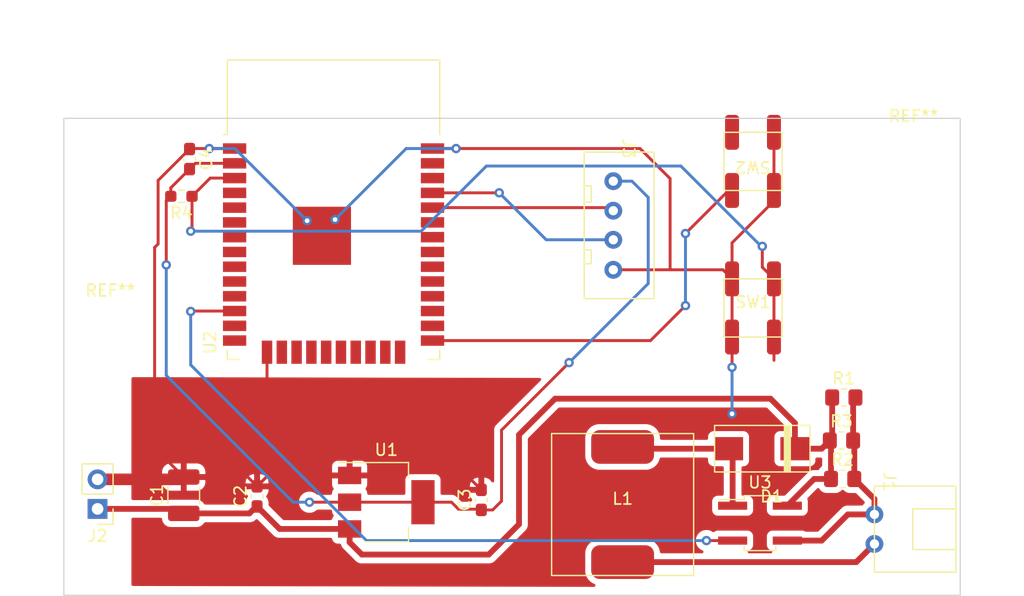
<source format=kicad_pcb>
(kicad_pcb (version 20211014) (generator pcbnew)
  (layers (0 "F.Cu" signal) (31 "B.Cu" signal) (34 "B.Paste" user) (35 "F.Paste" user) (36 "B.SilkS" user "B.Silkscreen") (37 "F.SilkS" user "F.Silkscreen") (38 "B.Mask" user) (39 "F.Mask" user) (44 "Edge.Cuts" user))
  (net 0 "")
  (net 1 "+12V")
  (net 2 "GND")
  (net 3 "+3V3")
  (net 4 "Net-(U3-Pad1)")
  (net 5 "Net-(U3-Pad4)")
  (net 6 "Net-(D2-Pad1)")
  (net 7 "/RX")
  (net 8 "/TX")
  (net 9 "/reset")
  (net 10 "/BOOT")
  (net 20 "/DIM")
  (footprint "Resistor_SMD:R_0805_2012Metric_Pad1.20x1.40mm_HandSolder" (layer "F.Cu") (at 173.9 112)
    (fp_text reference "R2" (at 0 -1.65) (layer "F.SilkS"))
    (fp_text value "1")
    (fp_line (start -0.227064 -0.735) (end 0.227064 -0.735) (layer "F.SilkS") (width 0.12))
    (fp_line (start -0.227064 0.735) (end 0.227064 0.735) (layer "F.SilkS") (width 0.12))
    (pad "1" smd roundrect (at -1 0) (size 1.2 1.4) (layers "F.Cu" "F.Paste" "F.Mask") (roundrect_rratio 0.2083333333) (net 1 "+12V"))
    (pad "2" smd roundrect (at 1 0) (size 1.2 1.4) (layers "F.Cu" "F.Paste" "F.Mask") (roundrect_rratio 0.2083333333) (net 5 "Net-(U3-Pad4)"))
  )
  (footprint "Capacitor_SMD:C_1210_3225Metric_Pad1.33x2.70mm_HandSolder" (layer "F.Cu") (at 117.3 113.4 90)
    (fp_text reference "C1" (at 0 -2.3 90) (layer "F.SilkS"))
    (fp_text value "100uF")
    (fp_line (start -0.711252 -1.36) (end 0.711252 -1.36) (layer "F.SilkS") (width 0.12))
    (fp_line (start -0.711252 1.36) (end 0.711252 1.36) (layer "F.SilkS") (width 0.12))
    (pad "1" smd roundrect (at -1.5625 0 90) (size 1.325 2.7) (layers "F.Cu" "F.Paste" "F.Mask") (roundrect_rratio 0.1886792453) (net 1 "+12V"))
    (pad "2" smd roundrect (at 1.5625 0 90) (size 1.325 2.7) (layers "F.Cu" "F.Paste" "F.Mask") (roundrect_rratio 0.1886792453) (net 2 "GND"))
  )
  (footprint "Connector_PinHeader_2.54mm:PinHeader_1x02_P2.54mm_Vertical" (layer "F.Cu") (at 109.9 114.575 180)
    (fp_text reference "J2" (at 0 -2.33) (layer "F.SilkS"))
    (fp_text value "Power")
    (fp_line (start 1.33 1.27) (end 1.33 3.87) (layer "F.SilkS") (width 0.12))
    (fp_line (start -1.33 1.27) (end -1.33 3.87) (layer "F.SilkS") (width 0.12))
    (fp_line (start -1.33 -1.33) (end 0 -1.33) (layer "F.SilkS") (width 0.12))
    (fp_line (start -1.33 0) (end -1.33 -1.33) (layer "F.SilkS") (width 0.12))
    (fp_line (start -1.33 1.27) (end 1.33 1.27) (layer "F.SilkS") (width 0.12))
    (fp_line (start -1.33 3.87) (end 1.33 3.87) (layer "F.SilkS") (width 0.12))
    (pad "1" thru_hole rect (at 0 0 180) (size 1.7 1.7) (drill 1) (layers *.Cu *.Mask) (net 1 "+12V"))
    (pad "2" thru_hole oval (at 0 2.54 180) (size 1.7 1.7) (drill 1) (layers *.Cu *.Mask) (net 2 "GND"))
  )
  (footprint "custom:ButtonSMD" (layer "F.Cu") (at 166.2 84.7 180)
    (fp_text reference "SW2" (at 0 -0.5 180 unlocked) (layer "F.SilkS"))
    (fp_text value "Boot")
    (fp_rect (start -2.5 -2.5) (end 2.5 2.5) (layer "F.SilkS") (width 0.12) (fill none))
    (pad "1" smd roundrect (at -1.8 -2.5 180) (size 1.2 3) (layers "F.Cu" "F.Paste" "F.Mask") (net 2 "GND"))
    (pad "2" smd roundrect (at 1.8 -2.5 180) (size 1.2 3) (layers "F.Cu" "F.Paste" "F.Mask") (net 10 "/BOOT"))
    (pad "3" smd roundrect (at -1.8 2.5 180) (size 1.2 3) (layers "F.Cu" "F.Paste" "F.Mask") (net 2 "GND"))
    (pad "4" smd roundrect (at 1.8 2.5 180) (size 1.2 3) (layers "F.Cu" "F.Paste" "F.Mask"))
  )
  (footprint "Resistor_SMD:R_0603_1608Metric_Pad0.98x0.95mm_HandSolder" (layer "F.Cu") (at 117.1 87.7 180)
    (fp_text reference "R4" (at 0 -1.43) (layer "F.SilkS"))
    (fp_text value "1k")
    (fp_line (start -0.254724 0.5225) (end 0.254724 0.5225) (layer "F.SilkS") (width 0.12))
    (fp_line (start -0.254724 -0.5225) (end 0.254724 -0.5225) (layer "F.SilkS") (width 0.12))
    (pad "1" smd roundrect (at -0.9125 0 180) (size 0.975 0.95) (layers "F.Cu" "F.Paste" "F.Mask") (net 9 "/reset"))
    (pad "2" smd roundrect (at 0.9125 0 180) (size 0.975 0.95) (layers "F.Cu" "F.Paste" "F.Mask") (net 3 "+3V3"))
  )
  (footprint "custom:RH127" (layer "F.Cu") (at 155 114.2)
    (fp_text reference "L1" (at 0 -0.5 unlocked) (layer "F.SilkS"))
    (fp_text value "68uh")
    (fp_rect (start -6.1 -6.1) (end 6.1 6.1) (layer "F.SilkS") (width 0.12) (fill none))
    (pad "1" smd roundrect (at 0 -4.95) (size 5.4 2.9) (layers "F.Cu" "F.Paste" "F.Mask") (net 4 "Net-(U3-Pad1)"))
    (pad "2" smd roundrect (at 0 4.95) (size 5.4 2.9) (layers "F.Cu" "F.Paste" "F.Mask") (net 6 "Net-(D2-Pad1)"))
  )
  (footprint "MountingHole:MountingHole_3.2mm_M3" (layer "F.Cu") (at 180 85)
    (fp_text reference "REF**" (at 0 -4.2) (layer "F.SilkS"))
    (fp_text value "MountingHole_3.2mm_M3")
    (pad "" np_thru_hole circle (at 0 0) (size 3.2 3.2) (drill 3.2) (layers *.Cu *.Mask))
  )
  (footprint "Resistor_SMD:R_0805_2012Metric_Pad1.20x1.40mm_HandSolder" (layer "F.Cu") (at 173.8 108.7)
    (fp_text reference "R3" (at 0 -1.65) (layer "F.SilkS"))
    (fp_text value "1")
    (fp_line (start -0.227064 -0.735) (end 0.227064 -0.735) (layer "F.SilkS") (width 0.12))
    (fp_line (start -0.227064 0.735) (end 0.227064 0.735) (layer "F.SilkS") (width 0.12))
    (pad "1" smd roundrect (at -1 0) (size 1.2 1.4) (layers "F.Cu" "F.Paste" "F.Mask") (roundrect_rratio 0.2083333333) (net 1 "+12V"))
    (pad "2" smd roundrect (at 1 0) (size 1.2 1.4) (layers "F.Cu" "F.Paste" "F.Mask") (roundrect_rratio 0.2083333333) (net 5 "Net-(U3-Pad4)"))
  )
  (footprint "custom:XH4-V" (layer "F.Cu") (at 154.2 86.4 -90)
    (fp_text reference "J3" (at -2.8 -1.3 -90 unlocked) (layer "F.SilkS"))
    (fp_text value "DEBUG")
    (fp_rect (start 0.4 2.5) (end 1.8 1.9) (layer "F.SilkS") (width 0.12) (fill none))
    (fp_rect (start 5.9 2.5) (end 7.1 1.9) (layer "F.SilkS") (width 0.12) (fill none))
    (fp_rect (start -2.5 2.5) (end 10.1 -3.5) (layer "F.SilkS") (width 0.12) (fill none))
    (pad "1" thru_hole circle (at 0 0 270) (size 1.524 1.524) (drill 0.8) (layers *.Cu *.Mask) (net 3 "+3V3"))
    (pad "2" thru_hole circle (at 2.54 0 270) (size 1.524 1.524) (drill 0.8) (layers *.Cu *.Mask) (net 7 "/RX"))
    (pad "3" thru_hole circle (at 5.04 0 270) (size 1.524 1.524) (drill 0.8) (layers *.Cu *.Mask) (net 8 "/TX"))
    (pad "4" thru_hole circle (at 7.62 0 270) (size 1.524 1.524) (drill 0.8) (layers *.Cu *.Mask) (net 2 "GND"))
  )
  (footprint "RF_Module:ESP32-WROOM-32" (layer "F.Cu") (at 130.17 91.85)
    (fp_text reference "U2" (at -10.61 8.43 90) (layer "F.SilkS"))
    (fp_text value "ESP32-WROOM-32")
    (fp_line (start 9.12 9.88) (end 8.12 9.88) (layer "F.SilkS") (width 0.12))
    (fp_line (start -9.12 -15.865) (end -9.12 -9.445) (layer "F.SilkS") (width 0.12))
    (fp_line (start 9.12 -15.865) (end 9.12 -9.445) (layer "F.SilkS") (width 0.12))
    (fp_line (start -9.12 9.88) (end -8.12 9.88) (layer "F.SilkS") (width 0.12))
    (fp_line (start 9.12 9.1) (end 9.12 9.88) (layer "F.SilkS") (width 0.12))
    (fp_line (start -9.12 -15.865) (end 9.12 -15.865) (layer "F.SilkS") (width 0.12))
    (fp_line (start -9.12 9.1) (end -9.12 9.88) (layer "F.SilkS") (width 0.12))
    (fp_line (start -9.12 -9.445) (end -9.5 -9.445) (layer "F.SilkS") (width 0.12))
    (pad "1" smd rect (at -8.5 -8.255) (size 2 0.9) (layers "F.Cu" "F.Paste" "F.Mask") (net 2 "GND"))
    (pad "2" smd rect (at -8.5 -6.985) (size 2 0.9) (layers "F.Cu" "F.Paste" "F.Mask") (net 3 "+3V3"))
    (pad "3" smd rect (at -8.5 -5.715) (size 2 0.9) (layers "F.Cu" "F.Paste" "F.Mask") (net 9 "/reset"))
    (pad "4" smd rect (at -8.5 -4.445) (size 2 0.9) (layers "F.Cu" "F.Paste" "F.Mask"))
    (pad "5" smd rect (at -8.5 -3.175) (size 2 0.9) (layers "F.Cu" "F.Paste" "F.Mask"))
    (pad "6" smd rect (at -8.5 -1.905) (size 2 0.9) (layers "F.Cu" "F.Paste" "F.Mask"))
    (pad "7" smd rect (at -8.5 -0.635) (size 2 0.9) (layers "F.Cu" "F.Paste" "F.Mask"))
    (pad "8" smd rect (at -8.5 0.635) (size 2 0.9) (layers "F.Cu" "F.Paste" "F.Mask"))
    (pad "9" smd rect (at -8.5 1.905) (size 2 0.9) (layers "F.Cu" "F.Paste" "F.Mask"))
    (pad "10" smd rect (at -8.5 3.175) (size 2 0.9) (layers "F.Cu" "F.Paste" "F.Mask"))
    (pad "11" smd rect (at -8.5 4.445) (size 2 0.9) (layers "F.Cu" "F.Paste" "F.Mask"))
    (pad "12" smd rect (at -8.5 5.715) (size 2 0.9) (layers "F.Cu" "F.Paste" "F.Mask") (net 20 "/DIM"))
    (pad "13" smd rect (at -8.5 6.985) (size 2 0.9) (layers "F.Cu" "F.Paste" "F.Mask"))
    (pad "14" smd rect (at -8.5 8.255) (size 2 0.9) (layers "F.Cu" "F.Paste" "F.Mask"))
    (pad "15" smd rect (at -5.715 9.255 90) (size 2 0.9) (layers "F.Cu" "F.Paste" "F.Mask") (net 2 "GND"))
    (pad "16" smd rect (at -4.445 9.255 90) (size 2 0.9) (layers "F.Cu" "F.Paste" "F.Mask"))
    (pad "17" smd rect (at -3.175 9.255 90) (size 2 0.9) (layers "F.Cu" "F.Paste" "F.Mask"))
    (pad "18" smd rect (at -1.905 9.255 90) (size 2 0.9) (layers "F.Cu" "F.Paste" "F.Mask"))
    (pad "19" smd rect (at -0.635 9.255 90) (size 2 0.9) (layers "F.Cu" "F.Paste" "F.Mask"))
    (pad "20" smd rect (at 0.635 9.255 90) (size 2 0.9) (layers "F.Cu" "F.Paste" "F.Mask"))
    (pad "21" smd rect (at 1.905 9.255 90) (size 2 0.9) (layers "F.Cu" "F.Paste" "F.Mask"))
    (pad "22" smd rect (at 3.175 9.255 90) (size 2 0.9) (layers "F.Cu" "F.Paste" "F.Mask"))
    (pad "23" smd rect (at 4.445 9.255 90) (size 2 0.9) (layers "F.Cu" "F.Paste" "F.Mask"))
    (pad "24" smd rect (at 5.715 9.255 90) (size 2 0.9) (layers "F.Cu" "F.Paste" "F.Mask"))
    (pad "25" smd rect (at 8.5 8.255) (size 2 0.9) (layers "F.Cu" "F.Paste" "F.Mask") (net 10 "/BOOT"))
    (pad "26" smd rect (at 8.5 6.985) (size 2 0.9) (layers "F.Cu" "F.Paste" "F.Mask"))
    (pad "27" smd rect (at 8.5 5.715) (size 2 0.9) (layers "F.Cu" "F.Paste" "F.Mask"))
    (pad "28" smd rect (at 8.5 4.445) (size 2 0.9) (layers "F.Cu" "F.Paste" "F.Mask"))
    (pad "29" smd rect (at 8.5 3.175) (size 2 0.9) (layers "F.Cu" "F.Paste" "F.Mask"))
    (pad "30" smd rect (at 8.5 1.905) (size 2 0.9) (layers "F.Cu" "F.Paste" "F.Mask"))
    (pad "31" smd rect (at 8.5 0.635) (size 2 0.9) (layers "F.Cu" "F.Paste" "F.Mask"))
    (pad "32" smd rect (at 8.5 -0.635) (size 2 0.9) (layers "F.Cu" "F.Paste" "F.Mask"))
    (pad "33" smd rect (at 8.5 -1.905) (size 2 0.9) (layers "F.Cu" "F.Paste" "F.Mask"))
    (pad "34" smd rect (at 8.5 -3.175) (size 2 0.9) (layers "F.Cu" "F.Paste" "F.Mask") (net 7 "/RX"))
    (pad "35" smd rect (at 8.5 -4.445) (size 2 0.9) (layers "F.Cu" "F.Paste" "F.Mask") (net 8 "/TX"))
    (pad "36" smd rect (at 8.5 -5.715) (size 2 0.9) (layers "F.Cu" "F.Paste" "F.Mask"))
    (pad "37" smd rect (at 8.5 -6.985) (size 2 0.9) (layers "F.Cu" "F.Paste" "F.Mask"))
    (pad "38" smd rect (at 8.5 -8.255) (size 2 0.9) (layers "F.Cu" "F.Paste" "F.Mask") (net 2 "GND"))
    (pad "39" smd rect (at -1 -0.755) (size 5 5) (layers "F.Cu" "F.Paste" "F.Mask") (net 2 "GND"))
  )
  (footprint "Resistor_SMD:R_0805_2012Metric_Pad1.20x1.40mm_HandSolder" (layer "F.Cu") (at 174 105)
    (fp_text reference "R1" (at 0 -1.65) (layer "F.SilkS"))
    (fp_text value "1")
    (fp_line (start -0.227064 -0.735) (end 0.227064 -0.735) (layer "F.SilkS") (width 0.12))
    (fp_line (start -0.227064 0.735) (end 0.227064 0.735) (layer "F.SilkS") (width 0.12))
    (pad "1" smd roundrect (at -1 0) (size 1.2 1.4) (layers "F.Cu" "F.Paste" "F.Mask") (roundrect_rratio 0.2083333333) (net 1 "+12V"))
    (pad "2" smd roundrect (at 1 0) (size 1.2 1.4) (layers "F.Cu" "F.Paste" "F.Mask") (roundrect_rratio 0.2083333333) (net 5 "Net-(U3-Pad4)"))
  )
  (footprint "custom:ButtonSMD" (layer "F.Cu") (at 166.2 97.3)
    (fp_text reference "SW1" (at 0 -0.5 unlocked) (layer "F.SilkS"))
    (fp_text value "Reset")
    (fp_rect (start -2.5 -2.5) (end 2.5 2.5) (layer "F.SilkS") (width 0.12) (fill none))
    (pad "1" smd roundrect (at -1.8 -2.5) (size 1.2 3) (layers "F.Cu" "F.Paste" "F.Mask") (net 2 "GND"))
    (pad "2" smd roundrect (at 1.8 -2.5) (size 1.2 3) (layers "F.Cu" "F.Paste" "F.Mask") (net 9 "/reset"))
    (pad "3" smd roundrect (at -1.8 2.5) (size 1.2 3) (layers "F.Cu" "F.Paste" "F.Mask") (net 2 "GND"))
    (pad "4" smd roundrect (at 1.8 2.5) (size 1.2 3) (layers "F.Cu" "F.Paste" "F.Mask") (net 9 "/reset"))
  )
  (footprint "Capacitor_SMD:C_0603_1608Metric_Pad1.08x0.95mm_HandSolder" (layer "F.Cu") (at 123.6 113.5 90)
    (fp_text reference "C2" (at 0 -1.43 90) (layer "F.SilkS"))
    (fp_text value "10uF")
    (fp_line (start -0.146267 -0.51) (end 0.146267 -0.51) (layer "F.SilkS") (width 0.12))
    (fp_line (start -0.146267 0.51) (end 0.146267 0.51) (layer "F.SilkS") (width 0.12))
    (pad "1" smd roundrect (at -0.8625 0 90) (size 1.075 0.95) (layers "F.Cu" "F.Paste" "F.Mask") (net 1 "+12V"))
    (pad "2" smd roundrect (at 0.8625 0 90) (size 1.075 0.95) (layers "F.Cu" "F.Paste" "F.Mask") (net 2 "GND"))
  )
  (footprint "MountingHole:MountingHole_3.2mm_M3" (layer "F.Cu") (at 111 100)
    (fp_text reference "REF**" (at 0 -4.2) (layer "F.SilkS"))
    (fp_text value "MountingHole_3.2mm_M3")
    (pad "" np_thru_hole circle (at 0 0) (size 3.2 3.2) (drill 3.2) (layers *.Cu *.Mask))
  )
  (footprint "Capacitor_SMD:C_0603_1608Metric_Pad1.08x0.95mm_HandSolder" (layer "F.Cu") (at 142.8625 113.8 90)
    (fp_text reference "C3" (at 0 -1.43 90) (layer "F.SilkS"))
    (fp_text value "10uF")
    (fp_line (start -0.146267 0.51) (end 0.146267 0.51) (layer "F.SilkS") (width 0.12))
    (fp_line (start -0.146267 -0.51) (end 0.146267 -0.51) (layer "F.SilkS") (width 0.12))
    (pad "1" smd roundrect (at -0.8625 0 90) (size 1.075 0.95) (layers "F.Cu" "F.Paste" "F.Mask") (net 3 "+3V3"))
    (pad "2" smd roundrect (at 0.8625 0 90) (size 1.075 0.95) (layers "F.Cu" "F.Paste" "F.Mask") (net 2 "GND"))
  )
  (footprint "Package_TO_SOT_SMD:SOT-223" (layer "F.Cu") (at 134.7 114)
    (fp_text reference "U1" (at 0 -4.5) (layer "F.SilkS"))
    (fp_text value "LM1117-3.3")
    (fp_line (start 1.91 3.41) (end 1.91 2.15) (layer "F.SilkS") (width 0.12))
    (fp_line (start 1.91 -3.41) (end 1.91 -2.15) (layer "F.SilkS") (width 0.12))
    (fp_line (start -1.85 3.41) (end 1.91 3.41) (layer "F.SilkS") (width 0.12))
    (fp_line (start -4.1 -3.41) (end 1.91 -3.41) (layer "F.SilkS") (width 0.12))
    (pad "1" smd rect (at -3.15 -2.3) (size 2 1.5) (layers "F.Cu" "F.Paste" "F.Mask") (net 2 "GND"))
    (pad "2" smd rect (at -3.15 0) (size 2 1.5) (layers "F.Cu" "F.Paste" "F.Mask") (net 3 "+3V3"))
    (pad "3" smd rect (at -3.15 2.3) (size 2 1.5) (layers "F.Cu" "F.Paste" "F.Mask") (net 1 "+12V"))
    (pad "4" smd rect (at 3.15 0) (size 2 3.8) (layers "F.Cu" "F.Paste" "F.Mask") (net 3 "+3V3"))
  )
  (footprint "Capacitor_SMD:C_0603_1608Metric_Pad1.08x0.95mm_HandSolder" (layer "F.Cu") (at 117.8 84.5 -90)
    (fp_text reference "C4" (at 0 -1.43 90) (layer "F.SilkS"))
    (fp_text value "100uF")
    (fp_line (start -0.146267 -0.51) (end 0.146267 -0.51) (layer "F.SilkS") (width 0.12))
    (fp_line (start -0.146267 0.51) (end 0.146267 0.51) (layer "F.SilkS") (width 0.12))
    (pad "1" smd roundrect (at -0.8625 0 270) (size 1.075 0.95) (layers "F.Cu" "F.Paste" "F.Mask") (net 2 "GND"))
    (pad "2" smd roundrect (at 0.8625 0 270) (size 1.075 0.95) (layers "F.Cu" "F.Paste" "F.Mask") (net 3 "+3V3"))
  )
  (footprint "Package_TO_SOT_SMD:SOT-89-5_Handsoldering" (layer "F.Cu") (at 166.8 115.8)
    (fp_text reference "U3" (at 0 -3.5) (layer "F.SilkS"))
    (fp_text value "PT4115")
    (fp_line (start 1.36 2.03) (end 1.36 2.36) (layer "F.SilkS") (width 0.12))
    (fp_line (start -1.36 -2.36) (end 1.36 -2.36) (layer "F.SilkS") (width 0.12))
    (fp_line (start -3.54 -2.03) (end -1.36 -2.03) (layer "F.SilkS") (width 0.12))
    (fp_line (start 1.36 -2.36) (end 1.36 -2.03) (layer "F.SilkS") (width 0.12))
    (fp_line (start -1.36 -2.36) (end -1.36 -2.03) (layer "F.SilkS") (width 0.12))
    (fp_line (start 1.36 2.36) (end -1.36 2.36) (layer "F.SilkS") (width 0.12))
    (fp_line (start -1.36 2.36) (end -1.36 2.03) (layer "F.SilkS") (width 0.12))
    (pad "1" smd rect (at -2.35 -1.5) (size 2.5 0.7) (layers "F.Cu" "F.Paste" "F.Mask") (net 4 "Net-(U3-Pad1)"))
    (pad "2" smd custom (at 0 0) (size 0.8 2) (layers "F.Cu" "F.Paste" "F.Mask") (net 2 "GND") (options (clearance outline) (anchor rect)) (primitives (gr_poly (pts (xy 0.9 -0.5) (xy 3.6 -0.5) (xy 3.6 0.5) (xy 0.9 0.5) (xy 0.4 1) (xy -0.4 1) (xy -0.9 0.5) (xy -3.6 0.5) (xy -3.6 -0.5) (xy -0.9 -0.5) (xy -0.4 -1) (xy 0.4 -1)) (width 0) (fill yes))))
    (pad "3" smd rect (at -2.35 1.5) (size 2.5 0.7) (layers "F.Cu" "F.Paste" "F.Mask") (net 20 "/DIM"))
    (pad "4" smd rect (at 2.35 1.5) (size 2.5 0.7) (layers "F.Cu" "F.Paste" "F.Mask") (net 5 "Net-(U3-Pad4)"))
    (pad "5" smd rect (at 2.35 -1.5) (size 2.5 0.7) (layers "F.Cu" "F.Paste" "F.Mask") (net 1 "+12V"))
  )
  (footprint "custom:XH2-H" (layer "F.Cu") (at 176.63 115.049 -90)
    (fp_text reference "J1" (at -2.8 -1.3 -90 unlocked) (layer "F.SilkS"))
    (fp_text value "LEDs")
    (fp_line (start -0.48 -3.3) (end 3.02 -3.3) (layer "F.SilkS") (width 0.12))
    (fp_line (start -0.48 -7) (end -0.48 -3.3) (layer "F.SilkS") (width 0.12))
    (fp_line (start 3.02 -3.3) (end 3.02 -7) (layer "F.SilkS") (width 0.12))
    (fp_rect (start -2.43 0) (end 4.97 -7) (layer "F.SilkS") (width 0.12) (fill none))
    (pad "1" thru_hole circle (at 0 0 270) (size 1.524 1.524) (drill 0.8) (layers *.Cu *.Mask) (net 5 "Net-(U3-Pad4)"))
    (pad "2" thru_hole circle (at 2.54 0 270) (size 1.524 1.524) (drill 0.8) (layers *.Cu *.Mask) (net 6 "Net-(D2-Pad1)"))
  )
  (footprint "custom:SS34" (layer "F.Cu") (at 167.8 109.4 180)
    (fp_text reference "D1" (at 0 -4.1) (layer "F.SilkS"))
    (fp_text value "SS34")
    (fp_rect (start -1.1 2) (end -1.6 -2) (layer "F.SilkS") (width 0.12) (fill solid))
    (fp_rect (start -3.3 -2) (end 4.9 2) (layer "F.SilkS") (width 0.12) (fill none))
    (pad "1" smd rect (at -2 0 270) (size 2 2.5) (layers "F.Cu" "F.Paste" "F.Mask") (net 1 "+12V"))
    (pad "2" smd rect (at 3.7 0 270) (size 2 2.5) (layers "F.Cu" "F.Paste" "F.Mask") (net 4 "Net-(U3-Pad1)"))
  )
  (gr_rect (start 107 81) (end 184 122) (layer "Edge.Cuts") (width 0.1) (fill none))
  (segment (start 169.8 107.2) (end 167.7 105.1) (width 0.5) (layer "F.Cu") (net 1))
  (segment (start 109.9 114.575) (end 116.9125 114.575) (width 0.5) (layer "F.Cu") (net 1))
  (segment (start 116.9125 114.575) (end 117.3 114.9625) (width 0.5) (layer "F.Cu") (net 1))
  (segment (start 132.6 118.5) (end 131.55 117.45) (width 0.5) (layer "F.Cu") (net 1))
  (segment (start 167.7 105.1) (end 149.2 105.1) (width 0.5) (layer "F.Cu") (net 1))
  (segment (start 169.8 109.4) (end 172.1 109.4) (width 0.5) (layer "F.Cu") (net 1))
  (segment (start 131.55 117.45) (end 131.55 116.3) (width 0.5) (layer "F.Cu") (net 1))
  (segment (start 123.6 114.3625) (end 123.5375 114.3625) (width 0.5) (layer "F.Cu") (net 1))
  (segment (start 169.8 109.4) (end 169.8 107.2) (width 0.5) (layer "F.Cu") (net 1))
  (segment (start 146.1 108.2) (end 146.1 115.9) (width 0.5) (layer "F.Cu") (net 1))
  (segment (start 173 108.5) (end 172.8 108.7) (width 0.5) (layer "F.Cu") (net 1))
  (segment (start 131.55 116.3) (end 125.5375 116.3) (width 0.5) (layer "F.Cu") (net 1))
  (segment (start 125.5375 116.3) (end 123.6 114.3625) (width 0.5) (layer "F.Cu") (net 1))
  (segment (start 172.1 109.4) (end 172.8 108.7) (width 0.5) (layer "F.Cu") (net 1))
  (segment (start 122.9375 114.9625) (end 117.3 114.9625) (width 0.5) (layer "F.Cu") (net 1))
  (segment (start 123.5375 114.3625) (end 122.9375 114.9625) (width 0.5) (layer "F.Cu") (net 1))
  (segment (start 172.9 112) (end 171.45 112) (width 0.5) (layer "F.Cu") (net 1))
  (segment (start 172.9 108.8) (end 172.8 108.7) (width 0.5) (layer "F.Cu") (net 1))
  (segment (start 146.1 115.9) (end 143.5 118.5) (width 0.5) (layer "F.Cu") (net 1))
  (segment (start 172.9 112) (end 172.9 108.8) (width 0.5) (layer "F.Cu") (net 1))
  (segment (start 173 105) (end 173 108.5) (width 0.5) (layer "F.Cu") (net 1))
  (segment (start 149.2 105.1) (end 146.1 108.2) (width 0.5) (layer "F.Cu") (net 1))
  (segment (start 143.5 118.5) (end 132.6 118.5) (width 0.5) (layer "F.Cu") (net 1))
  (segment (start 171.45 112) (end 169.15 114.3) (width 0.5) (layer "F.Cu") (net 1))
  (segment (start 117.8425 83.595) (end 117.8 83.6375) (width 0.25) (layer "F.Cu") (net 2))
  (segment (start 156.495 83.595) (end 159.08 86.18) (width 0.25) (layer "F.Cu") (net 2))
  (segment (start 115.1 86.3375) (end 115.1 91.8) (width 0.25) (layer "F.Cu") (net 2))
  (segment (start 114.8 109.3375) (end 117.3 111.8375) (width 0.25) (layer "F.Cu") (net 2))
  (segment (start 115.1 91.8) (end 114.8 92.1) (width 0.25) (layer "F.Cu") (net 2))
  (segment (start 122.8 111.8375) (end 117.3 111.8375) (width 0.25) (layer "F.Cu") (net 2))
  (segment (start 109.9 112.035) (end 117.1025 112.035) (width 1) (layer "F.Cu") (net 2))
  (segment (start 129.17 90.83) (end 130.3 89.7) (width 0.25) (layer "F.Cu") (net 2))
  (segment (start 129.17 91.07) (end 127.9 89.8) (width 0.25) (layer "F.Cu") (net 2))
  (segment (start 159.08 86.18) (end 159.08 94.02) (width 0.25) (layer "F.Cu") (net 2))
  (segment (start 159.08 94.02) (end 163.62 94.02) (width 0.25) (layer "F.Cu") (net 2))
  (segment (start 163.62 94.02) (end 164.4 94.8) (width 0.25) (layer "F.Cu") (net 2))
  (segment (start 168 87.2) (end 168 88.1) (width 0.25) (layer "F.Cu") (net 2))
  (segment (start 131.55 110.45) (end 131.55 111.7) (width 0.25) (layer "F.Cu") (net 2))
  (segment (start 124.5375 111.7) (end 123.6 112.6375) (width 0.25) (layer "F.Cu") (net 2))
  (segment (start 168 82.2) (end 168 87.2) (width 0.25) (layer "F.Cu") (net 2))
  (segment (start 140.695 83.595) (end 156.495 83.595) (width 0.25) (layer "F.Cu") (net 2))
  (segment (start 139.425 109.5) (end 132.5 109.5) (width 0.25) (layer "F.Cu") (net 2))
  (segment (start 154.2 94.02) (end 159.08 94.02) (width 0.25) (layer "F.Cu") (net 2))
  (segment (start 114.8 92.1) (end 114.8 109.3375) (width 0.25) (layer "F.Cu") (net 2))
  (segment (start 164.4 99.8) (end 164.4 102.4) (width 0.25) (layer "F.Cu") (net 2))
  (segment (start 138.67 83.595) (end 140.695 83.595) (width 0.25) (layer "F.Cu") (net 2))
  (segment (start 124.455 111.7825) (end 123.6 112.6375) (width 0.25) (layer "F.Cu") (net 2))
  (segment (start 119.495 83.595) (end 117.8425 83.595) (width 0.25) (layer "F.Cu") (net 2))
  (segment (start 129.17 91.095) (end 129.17 90.83) (width 0.25) (layer "F.Cu") (net 2))
  (segment (start 164.4 91.7) (end 164.4 94.8) (width 0.25) (layer "F.Cu") (net 2))
  (segment (start 129.17 91.095) (end 129.17 91.07) (width 0.25) (layer "F.Cu") (net 2))
  (segment (start 142.8625 112.9375) (end 139.425 109.5) (width 0.25) (layer "F.Cu") (net 2))
  (segment (start 131.55 111.7) (end 124.5375 111.7) (width 0.25) (layer "F.Cu") (net 2))
  (segment (start 124.455 101.105) (end 124.455 111.7825) (width 0.25) (layer "F.Cu") (net 2))
  (segment (start 132.5 109.5) (end 131.55 110.45) (width 0.25) (layer "F.Cu") (net 2))
  (segment (start 117.1025 112.035) (end 117.3 111.8375) (width 0.25) (layer "F.Cu") (net 2))
  (segment (start 123.6 112.6375) (end 122.8 111.8375) (width 0.25) (layer "F.Cu") (net 2))
  (segment (start 164.4 94.8) (end 164.4 99.8) (width 0.25) (layer "F.Cu") (net 2))
  (segment (start 121.67 83.595) (end 119.495 83.595) (width 0.25) (layer "F.Cu") (net 2))
  (segment (start 168 88.1) (end 164.4 91.7) (width 0.25) (layer "F.Cu") (net 2))
  (segment (start 117.8 83.6375) (end 115.1 86.3375) (width 0.25) (layer "F.Cu") (net 2))
  (via (at 130.3 89.7) (size 0.8) (drill 0.4) (layers "F.Cu" "B.Cu") (net 2))
  (via (at 127.9 89.8) (size 0.8) (drill 0.4) (layers "F.Cu" "B.Cu") (net 2))
  (via (at 140.695 83.595) (size 0.8) (drill 0.4) (layers "F.Cu" "B.Cu") (net 2))
  (via (at 119.495 83.595) (size 0.8) (drill 0.4) (layers "F.Cu" "B.Cu") (net 2))
  (via (at 164.4 106.4) (size 0.8) (drill 0.4) (layers "F.Cu" "B.Cu") (net 2))
  (via (at 164.4 102.4) (size 0.8) (drill 0.4) (layers "F.Cu" "B.Cu") (net 2))
  (segment (start 164.4 106.6) (end 164.4 106.4) (width 0.25) (layer "B.Cu") (net 2))
  (segment (start 136.405 83.595) (end 140.695 83.595) (width 0.25) (layer "B.Cu") (net 2))
  (segment (start 121.695 83.595) (end 119.495 83.595) (width 0.25) (layer "B.Cu") (net 2))
  (segment (start 127.9 89.8) (end 121.695 83.595) (width 0.25) (layer "B.Cu") (net 2))
  (segment (start 130.3 89.7) (end 136.405 83.595) (width 0.25) (layer "B.Cu") (net 2))
  (segment (start 164.4 102.4) (end 164.4 106.4) (width 0.25) (layer "B.Cu") (net 2))
  (segment (start 140.3 114) (end 137.85 114) (width 0.25) (layer "F.Cu") (net 3))
  (segment (start 144.6 113.9) (end 143.8375 114.6625) (width 0.25) (layer "F.Cu") (net 3))
  (segment (start 142.8 114.6) (end 140.9 114.6) (width 0.25) (layer "F.Cu") (net 3))
  (segment (start 118.2975 84.865) (end 117.8 85.3625) (width 0.25) (layer "F.Cu") (net 3))
  (segment (start 150.4 102) (end 144.6 107.8) (width 0.25) (layer "F.Cu") (net 3))
  (segment (start 144.6 107.8) (end 144.6 113.9) (width 0.25) (layer "F.Cu") (net 3))
  (segment (start 121.67 84.865) (end 118.2975 84.865) (width 0.25) (layer "F.Cu") (net 3))
  (segment (start 140.9 114.6) (end 140.3 114) (width 0.25) (layer "F.Cu") (net 3))
  (segment (start 117.8 85.3625) (end 116.1875 86.975) (width 0.25) (layer "F.Cu") (net 3))
  (segment (start 142.8625 114.6625) (end 142.8 114.6) (width 0.25) (layer "F.Cu") (net 3))
  (segment (start 131.55 114) (end 128.1 114) (width 0.25) (layer "F.Cu") (net 3))
  (segment (start 131.55 114) (end 137.85 114) (width 0.25) (layer "F.Cu") (net 3))
  (segment (start 116.1875 86.975) (end 116.1875 87.7) (width 0.25) (layer "F.Cu") (net 3))
  (segment (start 115.8 88.0875) (end 116.1875 87.7) (width 0.25) (layer "F.Cu") (net 3))
  (segment (start 115.8 93.6) (end 115.8 88.0875) (width 0.25) (layer "F.Cu") (net 3))
  (segment (start 143.8375 114.6625) (end 142.8625 114.6625) (width 0.25) (layer "F.Cu") (net 3))
  (via (at 150.4 102) (size 0.8) (drill 0.4) (layers "F.Cu" "B.Cu") (net 3))
  (via (at 115.8 93.6) (size 0.8) (drill 0.4) (layers "F.Cu" "B.Cu") (net 3))
  (via (at 128.1 114) (size 0.8) (drill 0.4) (layers "F.Cu" "B.Cu") (net 3))
  (segment (start 128.1 114) (end 126.7 114) (width 0.25) (layer "B.Cu") (net 3))
  (segment (start 157.2 87.8) (end 157.2 95.2) (width 0.25) (layer "B.Cu") (net 3))
  (segment (start 154.2 86.4) (end 155.8 86.4) (width 0.25) (layer "B.Cu") (net 3))
  (segment (start 115.8 103.1) (end 115.8 93.6) (width 0.25) (layer "B.Cu") (net 3))
  (segment (start 126.7 114) (end 115.8 103.1) (width 0.25) (layer "B.Cu") (net 3))
  (segment (start 155.8 86.4) (end 157.2 87.8) (width 0.25) (layer "B.Cu") (net 3))
  (segment (start 157.2 95.2) (end 150.4 102) (width 0.25) (layer "B.Cu") (net 3))
  (segment (start 164.45 114.3) (end 164.45 109.75) (width 0.5) (layer "F.Cu") (net 4))
  (segment (start 164.45 109.75) (end 164.1 109.4) (width 0.25) (layer "F.Cu") (net 4))
  (segment (start 155 109.25) (end 155.15 109.4) (width 0.25) (layer "F.Cu") (net 4))
  (segment (start 155.15 109.4) (end 164.1 109.4) (width 0.5) (layer "F.Cu") (net 4))
  (segment (start 174.8 108.7) (end 174.8 105.2) (width 0.5) (layer "F.Cu") (net 5))
  (segment (start 174.9 112) (end 174.9 108.8) (width 0.5) (layer "F.Cu") (net 5))
  (segment (start 169.15 117.3) (end 172.1 117.3) (width 0.5) (layer "F.Cu") (net 5))
  (segment (start 176.63 115.049) (end 176.63 113.73) (width 0.5) (layer "F.Cu") (net 5))
  (segment (start 172.1 117.3) (end 174.351 115.049) (width 0.5) (layer "F.Cu") (net 5))
  (segment (start 174.8 105.2) (end 175 105) (width 0.5) (layer "F.Cu") (net 5))
  (segment (start 174.351 115.049) (end 176.63 115.049) (width 0.5) (layer "F.Cu") (net 5))
  (segment (start 174.9 108.8) (end 174.8 108.7) (width 0.5) (layer "F.Cu") (net 5))
  (segment (start 176.63 113.73) (end 174.9 112) (width 0.5) (layer "F.Cu") (net 5))
  (segment (start 175.069 119.15) (end 176.63 117.589) (width 0.5) (layer "F.Cu") (net 6))
  (segment (start 155 119.15) (end 175.069 119.15) (width 0.5) (layer "F.Cu") (net 6))
  (segment (start 138.67 88.675) (end 153.935 88.675) (width 0.25) (layer "F.Cu") (net 7))
  (segment (start 153.935 88.675) (end 154.2 88.94) (width 0.25) (layer "F.Cu") (net 7))
  (segment (start 138.67 87.405) (end 144.395 87.405) (width 0.25) (layer "F.Cu") (net 8))
  (segment (start 144.395 87.405) (end 144.4 87.4) (width 0.25) (layer "F.Cu") (net 8))
  (via (at 144.4 87.4) (size 0.8) (drill 0.4) (layers "F.Cu" "B.Cu") (net 8))
  (segment (start 148.44 91.44) (end 154.2 91.44) (width 0.25) (layer "B.Cu") (net 8))
  (segment (start 144.4 87.4) (end 148.44 91.44) (width 0.25) (layer "B.Cu") (net 8))
  (segment (start 167 93.8) (end 168 94.8) (width 0.25) (layer "F.Cu") (net 9))
  (segment (start 118.0125 90.4875) (end 118 90.5) (width 0.25) (layer "F.Cu") (net 9))
  (segment (start 119.5775 86.135) (end 118.0125 87.7) (width 0.25) (layer "F.Cu") (net 9))
  (segment (start 118.0125 87.7) (end 118.0125 90.4875) (width 0.25) (layer "F.Cu") (net 9))
  (segment (start 168 99.8) (end 168 94.8) (width 0.25) (layer "F.Cu") (net 9))
  (segment (start 168 101.8) (end 168 99.8) (width 0.25) (layer "F.Cu") (net 9))
  (segment (start 117.9 90.6) (end 117.9 90.7) (width 0.25) (layer "F.Cu") (net 9))
  (segment (start 118 90.5) (end 117.9 90.6) (width 0.25) (layer "F.Cu") (net 9))
  (segment (start 121.67 86.135) (end 119.5775 86.135) (width 0.25) (layer "F.Cu") (net 9))
  (segment (start 167 92) (end 167 93.8) (width 0.25) (layer "F.Cu") (net 9))
  (via (at 117.9 90.7) (size 0.8) (drill 0.4) (layers "F.Cu" "B.Cu") (net 9))
  (via (at 167 92) (size 0.8) (drill 0.4) (layers "F.Cu" "B.Cu") (net 9))
  (segment (start 137.7 90.7) (end 143.3 85.1) (width 0.25) (layer "B.Cu") (net 9))
  (segment (start 160.3 85.4) (end 166.9 92) (width 0.25) (layer "B.Cu") (net 9))
  (segment (start 160 85.1) (end 160.3 85.4) (width 0.25) (layer "B.Cu") (net 9))
  (segment (start 117.9 90.7) (end 137.7 90.7) (width 0.25) (layer "B.Cu") (net 9))
  (segment (start 143.3 85.1) (end 160 85.1) (width 0.25) (layer "B.Cu") (net 9))
  (segment (start 166.9 92) (end 167 92) (width 0.25) (layer "B.Cu") (net 9))
  (segment (start 164.1 87.2) (end 164.4 87.2) (width 0.25) (layer "F.Cu") (net 10))
  (segment (start 157.395 100.105) (end 160.4 97.1) (width 0.25) (layer "F.Cu") (net 10))
  (segment (start 160.4 90.9) (end 164.1 87.2) (width 0.25) (layer "F.Cu") (net 10))
  (segment (start 138.67 100.105) (end 157.395 100.105) (width 0.25) (layer "F.Cu") (net 10))
  (via (at 160.4 90.9) (size 0.8) (drill 0.4) (layers "F.Cu" "B.Cu") (net 10))
  (via (at 160.4 97.1) (size 0.8) (drill 0.4) (layers "F.Cu" "B.Cu") (net 10))
  (segment (start 160.5 90.8) (end 160.4 90.9) (width 0.25) (layer "B.Cu") (net 10))
  (segment (start 160.4 97.1) (end 160.4 90.9) (width 0.25) (layer "B.Cu") (net 10))
  (segment (start 117.935 97.565) (end 121.67 97.565) (width 0.25) (layer "F.Cu") (net 20))
  (segment (start 117.9 97.6) (end 117.935 97.565) (width 0.25) (layer "F.Cu") (net 20))
  (segment (start 164.45 117.3) (end 162.2 117.3) (width 0.25) (layer "F.Cu") (net 20))
  (via (at 117.9 97.6) (size 0.8) (drill 0.4) (layers "F.Cu" "B.Cu") (net 20))
  (via (at 162.2 117.3) (size 0.8) (drill 0.4) (layers "F.Cu" "B.Cu") (net 20))
  (segment (start 162.2 117.3) (end 133 117.3) (width 0.25) (layer "B.Cu") (net 20))
  (segment (start 118 102.3) (end 117.9 102.2) (width 0.25) (layer "B.Cu") (net 20))
  (segment (start 117.9 102.2) (end 117.9 97.6) (width 0.25) (layer "B.Cu") (net 20))
  (segment (start 133 117.3) (end 118 102.3) (width 0.25) (layer "B.Cu") (net 20))
  (zone (net 2) (net_name "GND") (layer "F.Cu") (connect_pads (clearance 0.508)) (min_thickness 0.254) (fill yes (thermal_gap 0.508) (thermal_bridge_width 0.508))
    (polygon (pts (xy 182.416402 103.383322) (xy 182.312245 121.335994) (xy 112.804072 121.201721) (xy 112.808229 103.249049)))
  )
)
</source>
